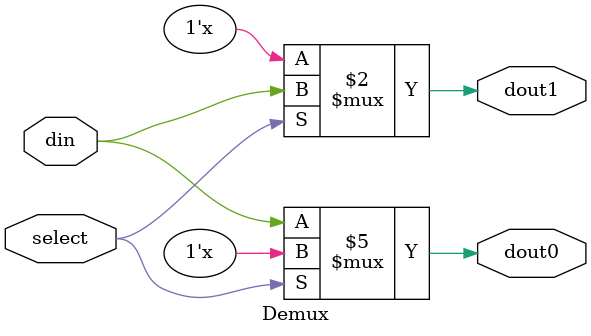
<source format=v>
module Demux (
  input   wire select,
  input   wire din,
  output  reg  dout0,
  output  reg  dout1
);

always @(select or din) begin
  case (select)
    1'b0: dout0 <= din;
    1'b1: dout1 <= din;
    default: ;
  endcase
end

endmodule
</source>
